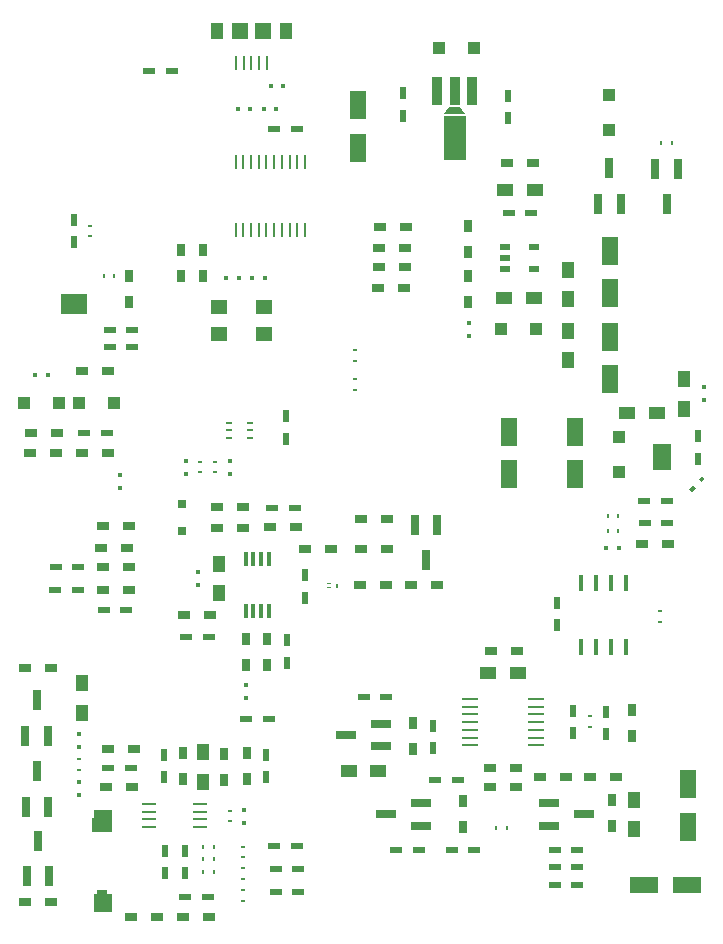
<source format=gtp>
G04 #@! TF.GenerationSoftware,KiCad,Pcbnew,5.0.1*
G04 #@! TF.CreationDate,2018-12-04T21:14:06-05:00*
G04 #@! TF.ProjectId,receiver,72656365697665722E6B696361645F70,rev?*
G04 #@! TF.SameCoordinates,Original*
G04 #@! TF.FileFunction,Paste,Top*
G04 #@! TF.FilePolarity,Positive*
%FSLAX46Y46*%
G04 Gerber Fmt 4.6, Leading zero omitted, Abs format (unit mm)*
G04 Created by KiCad (PCBNEW 5.0.1) date Tue 04 Dec 2018 09:14:06 PM EST*
%MOMM*%
%LPD*%
G01*
G04 APERTURE LIST*
%ADD10R,1.447600X2.447600*%
%ADD11R,2.447600X1.447600*%
%ADD12R,0.347600X0.447600*%
%ADD13C,0.347600*%
%ADD14C,0.100000*%
%ADD15R,0.447600X0.347600*%
%ADD16R,0.597600X1.047600*%
%ADD17R,1.047600X0.597600*%
%ADD18R,1.347600X1.097600*%
%ADD19R,1.097600X1.347600*%
%ADD20R,1.447600X1.147600*%
%ADD21R,0.247600X0.447600*%
%ADD22R,0.447600X0.247600*%
%ADD23R,0.747600X1.047600*%
%ADD24R,1.047600X0.747600*%
%ADD25R,1.747600X0.647600*%
%ADD26R,0.647600X1.747600*%
%ADD27C,0.597600*%
%ADD28R,1.847600X3.847600*%
%ADD29R,0.847600X2.347600*%
%ADD30R,0.247600X1.197600*%
%ADD31R,1.047600X1.397600*%
%ADD32R,1.347600X1.397600*%
%ADD33R,0.447600X1.447600*%
%ADD34R,1.647600X1.597600*%
%ADD35R,0.117600X1.247600*%
%ADD36R,2.317600X1.697600*%
%ADD37R,1.197600X0.247600*%
%ADD38R,0.847600X0.547600*%
%ADD39R,0.257600X0.397600*%
%ADD40R,0.277600X0.047600*%
%ADD41R,1.747600X1.147600*%
%ADD42R,0.947600X1.147600*%
%ADD43R,0.507600X0.147600*%
%ADD44R,1.097600X1.067600*%
%ADD45R,1.067600X1.097600*%
%ADD46R,1.447600X0.197600*%
%ADD47R,0.297600X1.297600*%
%ADD48R,0.447600X0.087600*%
%ADD49R,0.087600X0.447600*%
%ADD50R,1.497600X2.247600*%
%ADD51R,0.747600X0.647600*%
G04 APERTURE END LIST*
D10*
G04 #@! TO.C,C310*
X58350000Y-125050000D03*
X58350000Y-121450000D03*
G04 #@! TD*
G04 #@! TO.C,C106*
X71200000Y-149100000D03*
X71200000Y-152700000D03*
G04 #@! TD*
G04 #@! TO.C,C108*
X79750000Y-133800000D03*
X79750000Y-137400000D03*
G04 #@! TD*
D11*
G04 #@! TO.C,C109*
X86200000Y-187500000D03*
X82600000Y-187500000D03*
G04 #@! TD*
D10*
G04 #@! TO.C,C116*
X76750000Y-152700000D03*
X76750000Y-149100000D03*
G04 #@! TD*
G04 #@! TO.C,C114*
X86300000Y-178950000D03*
X86300000Y-182550000D03*
G04 #@! TD*
G04 #@! TO.C,C113*
X79700000Y-144650000D03*
X79700000Y-141050000D03*
G04 #@! TD*
D12*
G04 #@! TO.C,C213*
X34714491Y-174703465D03*
X34714491Y-175803465D03*
G04 #@! TD*
G04 #@! TO.C,C208*
X34764491Y-178803465D03*
X34764491Y-179903465D03*
G04 #@! TD*
D13*
G04 #@! TO.C,C102*
X87488909Y-153111091D03*
D14*
G36*
X87453554Y-153392237D02*
X87207763Y-153146446D01*
X87524264Y-152829945D01*
X87770055Y-153075736D01*
X87453554Y-153392237D01*
X87453554Y-153392237D01*
G37*
D13*
X86711091Y-153888909D03*
D14*
G36*
X86675736Y-154170055D02*
X86429945Y-153924264D01*
X86746446Y-153607763D01*
X86992237Y-153853554D01*
X86675736Y-154170055D01*
X86675736Y-154170055D01*
G37*
G04 #@! TD*
D12*
G04 #@! TO.C,C311*
X38200000Y-153900000D03*
X38200000Y-152800000D03*
G04 #@! TD*
D15*
G04 #@! TO.C,C323*
X50500000Y-136100000D03*
X49400000Y-136100000D03*
G04 #@! TD*
D12*
G04 #@! TO.C,C231*
X44850000Y-162100000D03*
X44850000Y-161000000D03*
G04 #@! TD*
G04 #@! TO.C,C232*
X43800000Y-151550000D03*
X43800000Y-152650000D03*
G04 #@! TD*
D15*
G04 #@! TO.C,C112*
X80500000Y-158950000D03*
X79400000Y-158950000D03*
G04 #@! TD*
G04 #@! TO.C,C322*
X47200000Y-136100000D03*
X48300000Y-136100000D03*
G04 #@! TD*
D12*
G04 #@! TO.C,C107*
X67750000Y-139900000D03*
X67750000Y-141000000D03*
G04 #@! TD*
G04 #@! TO.C,R101*
X87650000Y-146400000D03*
X87650000Y-145300000D03*
G04 #@! TD*
G04 #@! TO.C,C224*
X48850000Y-171650000D03*
X48850000Y-170550000D03*
G04 #@! TD*
G04 #@! TO.C,C233*
X47500000Y-151550000D03*
X47500000Y-152650000D03*
G04 #@! TD*
D15*
G04 #@! TO.C,C313*
X32100000Y-144300000D03*
X31000000Y-144300000D03*
G04 #@! TD*
D12*
G04 #@! TO.C,C219*
X48714491Y-181103465D03*
X48714491Y-182203465D03*
G04 #@! TD*
D16*
G04 #@! TO.C,C318*
X34300000Y-133050000D03*
X34300000Y-131150000D03*
G04 #@! TD*
D17*
G04 #@! TO.C,C210*
X39114491Y-177603465D03*
X37214491Y-177603465D03*
G04 #@! TD*
G04 #@! TO.C,C209*
X76950000Y-185950000D03*
X75050000Y-185950000D03*
G04 #@! TD*
G04 #@! TO.C,C207*
X75050000Y-184500000D03*
X76950000Y-184500000D03*
G04 #@! TD*
D16*
G04 #@! TO.C,C320*
X62150000Y-120450000D03*
X62150000Y-122350000D03*
G04 #@! TD*
D17*
G04 #@! TO.C,C204*
X43750000Y-188500000D03*
X45650000Y-188500000D03*
G04 #@! TD*
G04 #@! TO.C,C202*
X66800000Y-178600000D03*
X64900000Y-178600000D03*
G04 #@! TD*
G04 #@! TO.C,C201*
X61600000Y-184500000D03*
X63500000Y-184500000D03*
G04 #@! TD*
G04 #@! TO.C,C111*
X82650000Y-156850000D03*
X84550000Y-156850000D03*
G04 #@! TD*
G04 #@! TO.C,C105*
X73050000Y-130600000D03*
X71150000Y-130600000D03*
G04 #@! TD*
G04 #@! TO.C,C221*
X58850000Y-171600000D03*
X60750000Y-171600000D03*
G04 #@! TD*
D16*
G04 #@! TO.C,C212*
X42014491Y-186503465D03*
X42014491Y-184603465D03*
G04 #@! TD*
D17*
G04 #@! TO.C,C316*
X39235566Y-140469150D03*
X37335566Y-140469150D03*
G04 #@! TD*
D16*
G04 #@! TO.C,C225*
X52350000Y-166750000D03*
X52350000Y-168650000D03*
G04 #@! TD*
D17*
G04 #@! TO.C,C223*
X50800000Y-173400000D03*
X48900000Y-173400000D03*
G04 #@! TD*
G04 #@! TO.C,C317*
X37335566Y-141969150D03*
X39235566Y-141969150D03*
G04 #@! TD*
D16*
G04 #@! TO.C,C220*
X76550000Y-174650000D03*
X76550000Y-172750000D03*
G04 #@! TD*
G04 #@! TO.C,C218*
X43714491Y-184603465D03*
X43714491Y-186503465D03*
G04 #@! TD*
G04 #@! TO.C,C217*
X50550000Y-178350000D03*
X50550000Y-176450000D03*
G04 #@! TD*
G04 #@! TO.C,C216*
X79400000Y-172800000D03*
X79400000Y-174700000D03*
G04 #@! TD*
G04 #@! TO.C,C215*
X64700000Y-175900000D03*
X64700000Y-174000000D03*
G04 #@! TD*
G04 #@! TO.C,C228*
X53850000Y-163150000D03*
X53850000Y-161250000D03*
G04 #@! TD*
G04 #@! TO.C,C214*
X41914491Y-176453465D03*
X41914491Y-178353465D03*
G04 #@! TD*
D17*
G04 #@! TO.C,C110*
X82600000Y-154950000D03*
X84500000Y-154950000D03*
G04 #@! TD*
D16*
G04 #@! TO.C,C321*
X71050000Y-122550000D03*
X71050000Y-120650000D03*
G04 #@! TD*
D17*
G04 #@! TO.C,C241*
X68200000Y-184500000D03*
X66300000Y-184500000D03*
G04 #@! TD*
G04 #@! TO.C,C240*
X38750000Y-164200000D03*
X36850000Y-164200000D03*
G04 #@! TD*
G04 #@! TO.C,C239*
X51300000Y-184200000D03*
X53200000Y-184200000D03*
G04 #@! TD*
G04 #@! TO.C,C236*
X51100000Y-155600000D03*
X53000000Y-155600000D03*
G04 #@! TD*
G04 #@! TO.C,C230*
X43852183Y-166448858D03*
X45752183Y-166448858D03*
G04 #@! TD*
G04 #@! TO.C,C242*
X53300000Y-186100000D03*
X51400000Y-186100000D03*
G04 #@! TD*
G04 #@! TO.C,C243*
X51400000Y-188100000D03*
X53300000Y-188100000D03*
G04 #@! TD*
G04 #@! TO.C,C244*
X32750000Y-162500000D03*
X34650000Y-162500000D03*
G04 #@! TD*
G04 #@! TO.C,C245*
X34700000Y-160600000D03*
X32800000Y-160600000D03*
G04 #@! TD*
G04 #@! TO.C,C246*
X75050000Y-187450000D03*
X76950000Y-187450000D03*
G04 #@! TD*
G04 #@! TO.C,C312*
X37100000Y-149200000D03*
X35200000Y-149200000D03*
G04 #@! TD*
G04 #@! TO.C,C306*
X53200000Y-123450000D03*
X51300000Y-123450000D03*
G04 #@! TD*
D16*
G04 #@! TO.C,C304*
X75200000Y-163600000D03*
X75200000Y-165500000D03*
G04 #@! TD*
D17*
G04 #@! TO.C,C303*
X40700000Y-118600000D03*
X42600000Y-118600000D03*
G04 #@! TD*
D16*
G04 #@! TO.C,C229*
X52250000Y-147800000D03*
X52250000Y-149700000D03*
G04 #@! TD*
G04 #@! TO.C,C103*
X87150000Y-149500000D03*
X87150000Y-151400000D03*
G04 #@! TD*
D18*
G04 #@! TO.C,L101*
X73250000Y-137750000D03*
X70750000Y-137750000D03*
G04 #@! TD*
D19*
G04 #@! TO.C,C101*
X85950000Y-147150000D03*
X85950000Y-144650000D03*
G04 #@! TD*
D18*
G04 #@! TO.C,C104*
X73350000Y-128650000D03*
X70850000Y-128650000D03*
G04 #@! TD*
D19*
G04 #@! TO.C,C211*
X35014491Y-170403465D03*
X35014491Y-172903465D03*
G04 #@! TD*
G04 #@! TO.C,C115*
X76150000Y-135400000D03*
X76150000Y-137900000D03*
G04 #@! TD*
G04 #@! TO.C,C117*
X76150000Y-140550000D03*
X76150000Y-143050000D03*
G04 #@! TD*
G04 #@! TO.C,C206*
X81750000Y-180250000D03*
X81750000Y-182750000D03*
G04 #@! TD*
D18*
G04 #@! TO.C,C222*
X57600000Y-177800000D03*
X60100000Y-177800000D03*
G04 #@! TD*
G04 #@! TO.C,C226*
X69400000Y-169550000D03*
X71900000Y-169550000D03*
G04 #@! TD*
D19*
G04 #@! TO.C,C234*
X45250000Y-178750000D03*
X45250000Y-176250000D03*
G04 #@! TD*
G04 #@! TO.C,C237*
X46600000Y-162800000D03*
X46600000Y-160300000D03*
G04 #@! TD*
D18*
G04 #@! TO.C,L102*
X81150000Y-147500000D03*
X83650000Y-147500000D03*
G04 #@! TD*
D20*
G04 #@! TO.C,Y301*
X46600000Y-138550000D03*
X50400000Y-138550000D03*
X50400000Y-140850000D03*
X46600000Y-140850000D03*
G04 #@! TD*
D21*
G04 #@! TO.C,R108*
X84950000Y-124700000D03*
X84050000Y-124700000D03*
G04 #@! TD*
D22*
G04 #@! TO.C,R244*
X48650000Y-186050000D03*
X48650000Y-186950000D03*
G04 #@! TD*
G04 #@! TO.C,R316*
X83950000Y-165200000D03*
X83950000Y-164300000D03*
G04 #@! TD*
G04 #@! TO.C,R312*
X35700000Y-131650000D03*
X35700000Y-132550000D03*
G04 #@! TD*
G04 #@! TO.C,R315*
X58100000Y-142200000D03*
X58100000Y-143100000D03*
G04 #@! TD*
G04 #@! TO.C,R314*
X58100000Y-145550000D03*
X58100000Y-144650000D03*
G04 #@! TD*
D21*
G04 #@! TO.C,R313*
X36850000Y-135950000D03*
X37750000Y-135950000D03*
G04 #@! TD*
D22*
G04 #@! TO.C,R245*
X48650000Y-188850000D03*
X48650000Y-187950000D03*
G04 #@! TD*
D21*
G04 #@! TO.C,R105*
X80400000Y-157550000D03*
X79500000Y-157550000D03*
G04 #@! TD*
G04 #@! TO.C,R106*
X80400000Y-156250000D03*
X79500000Y-156250000D03*
G04 #@! TD*
G04 #@! TO.C,R201*
X71000000Y-182700000D03*
X70100000Y-182700000D03*
G04 #@! TD*
G04 #@! TO.C,R210*
X46164491Y-185303465D03*
X45264491Y-185303465D03*
G04 #@! TD*
D22*
G04 #@! TO.C,R212*
X34764491Y-177753465D03*
X34764491Y-176853465D03*
G04 #@! TD*
D21*
G04 #@! TO.C,R213*
X46164491Y-186353465D03*
X45264491Y-186353465D03*
G04 #@! TD*
G04 #@! TO.C,R219*
X45264491Y-184253465D03*
X46164491Y-184253465D03*
G04 #@! TD*
D22*
G04 #@! TO.C,R221*
X78050000Y-174100000D03*
X78050000Y-173200000D03*
G04 #@! TD*
G04 #@! TO.C,R222*
X47514491Y-182103465D03*
X47514491Y-181203465D03*
G04 #@! TD*
G04 #@! TO.C,R234*
X45000000Y-151650000D03*
X45000000Y-152550000D03*
G04 #@! TD*
G04 #@! TO.C,R235*
X46300000Y-152550000D03*
X46300000Y-151650000D03*
G04 #@! TD*
G04 #@! TO.C,R243*
X48650000Y-185150000D03*
X48650000Y-184250000D03*
G04 #@! TD*
D23*
G04 #@! TO.C,R103*
X67700000Y-131650000D03*
X67700000Y-133850000D03*
G04 #@! TD*
G04 #@! TO.C,R102*
X67700000Y-138100000D03*
X67700000Y-135900000D03*
G04 #@! TD*
G04 #@! TO.C,R246*
X79850000Y-180300000D03*
X79850000Y-182500000D03*
G04 #@! TD*
D24*
G04 #@! TO.C,R247*
X71750000Y-179200000D03*
X69550000Y-179200000D03*
G04 #@! TD*
G04 #@! TO.C,R248*
X48650000Y-157250000D03*
X46450000Y-157250000D03*
G04 #@! TD*
G04 #@! TO.C,R302*
X60200000Y-131750000D03*
X62400000Y-131750000D03*
G04 #@! TD*
G04 #@! TO.C,R303*
X62300000Y-136950000D03*
X60100000Y-136950000D03*
G04 #@! TD*
G04 #@! TO.C,R304*
X60150000Y-133550000D03*
X62350000Y-133550000D03*
G04 #@! TD*
G04 #@! TO.C,R305*
X62350000Y-135150000D03*
X60150000Y-135150000D03*
G04 #@! TD*
D23*
G04 #@! TO.C,R309*
X38950000Y-135950000D03*
X38950000Y-138150000D03*
G04 #@! TD*
D24*
G04 #@! TO.C,R306*
X35000000Y-150950000D03*
X37200000Y-150950000D03*
G04 #@! TD*
G04 #@! TO.C,R104*
X84650000Y-158650000D03*
X82450000Y-158650000D03*
G04 #@! TD*
G04 #@! TO.C,R107*
X70950000Y-126350000D03*
X73150000Y-126350000D03*
G04 #@! TD*
D23*
G04 #@! TO.C,R202*
X67250000Y-182600000D03*
X67250000Y-180400000D03*
G04 #@! TD*
D24*
G04 #@! TO.C,R203*
X30150000Y-188950000D03*
X32350000Y-188950000D03*
G04 #@! TD*
G04 #@! TO.C,R204*
X39150000Y-190200000D03*
X41350000Y-190200000D03*
G04 #@! TD*
G04 #@! TO.C,R205*
X45764491Y-190203465D03*
X43564491Y-190203465D03*
G04 #@! TD*
G04 #@! TO.C,R206*
X38950000Y-162500000D03*
X36750000Y-162500000D03*
G04 #@! TD*
G04 #@! TO.C,R207*
X75950000Y-178300000D03*
X73750000Y-178300000D03*
G04 #@! TD*
G04 #@! TO.C,R208*
X78050000Y-178300000D03*
X80250000Y-178300000D03*
G04 #@! TD*
G04 #@! TO.C,R211*
X37064491Y-179203465D03*
X39264491Y-179203465D03*
G04 #@! TD*
G04 #@! TO.C,R307*
X30600000Y-150950000D03*
X32800000Y-150950000D03*
G04 #@! TD*
G04 #@! TO.C,R308*
X32850000Y-149200000D03*
X30650000Y-149200000D03*
G04 #@! TD*
G04 #@! TO.C,R310*
X37200000Y-144000000D03*
X35000000Y-144000000D03*
G04 #@! TD*
G04 #@! TO.C,R216*
X39414491Y-175953465D03*
X37214491Y-175953465D03*
G04 #@! TD*
D23*
G04 #@! TO.C,R217*
X63050000Y-176000000D03*
X63050000Y-173800000D03*
G04 #@! TD*
G04 #@! TO.C,R218*
X43550000Y-178500000D03*
X43550000Y-176300000D03*
G04 #@! TD*
D24*
G04 #@! TO.C,R215*
X32414491Y-169153465D03*
X30214491Y-169153465D03*
G04 #@! TD*
D23*
G04 #@! TO.C,R220*
X81550000Y-172650000D03*
X81550000Y-174850000D03*
G04 #@! TD*
G04 #@! TO.C,R318*
X45250000Y-135900000D03*
X45250000Y-133700000D03*
G04 #@! TD*
D24*
G04 #@! TO.C,R242*
X36750000Y-157100000D03*
X38950000Y-157100000D03*
G04 #@! TD*
G04 #@! TO.C,R223*
X71750000Y-177600000D03*
X69550000Y-177600000D03*
G04 #@! TD*
D23*
G04 #@! TO.C,R224*
X48950000Y-176300000D03*
X48950000Y-178500000D03*
G04 #@! TD*
D24*
G04 #@! TO.C,R225*
X60850000Y-159000000D03*
X58650000Y-159000000D03*
G04 #@! TD*
G04 #@! TO.C,R226*
X58650000Y-156500000D03*
X60850000Y-156500000D03*
G04 #@! TD*
G04 #@! TO.C,R227*
X71800000Y-167650000D03*
X69600000Y-167650000D03*
G04 #@! TD*
G04 #@! TO.C,R238*
X50950000Y-157150000D03*
X53150000Y-157150000D03*
G04 #@! TD*
G04 #@! TO.C,R237*
X46450000Y-155500000D03*
X48650000Y-155500000D03*
G04 #@! TD*
D23*
G04 #@! TO.C,R236*
X47050000Y-178600000D03*
X47050000Y-176400000D03*
G04 #@! TD*
G04 #@! TO.C,R317*
X43350000Y-135900000D03*
X43350000Y-133700000D03*
G04 #@! TD*
D24*
G04 #@! TO.C,R233*
X45802183Y-164648858D03*
X43602183Y-164648858D03*
G04 #@! TD*
G04 #@! TO.C,R232*
X53900000Y-159000000D03*
X56100000Y-159000000D03*
G04 #@! TD*
G04 #@! TO.C,R231*
X60750000Y-162100000D03*
X58550000Y-162100000D03*
G04 #@! TD*
G04 #@! TO.C,R230*
X62850000Y-162100000D03*
X65050000Y-162100000D03*
G04 #@! TD*
G04 #@! TO.C,R240*
X39000000Y-160600000D03*
X36800000Y-160600000D03*
G04 #@! TD*
D23*
G04 #@! TO.C,R229*
X50650000Y-166700000D03*
X50650000Y-168900000D03*
G04 #@! TD*
G04 #@! TO.C,R228*
X48850000Y-168900000D03*
X48850000Y-166700000D03*
G04 #@! TD*
D24*
G04 #@! TO.C,R241*
X36650000Y-158950000D03*
X38850000Y-158950000D03*
G04 #@! TD*
D25*
G04 #@! TO.C,Q205*
X57350000Y-174800000D03*
X60350000Y-173850000D03*
X60350000Y-175750000D03*
G04 #@! TD*
D26*
G04 #@! TO.C,Q204*
X30214491Y-174853465D03*
X32114491Y-174853465D03*
X31164491Y-171853465D03*
G04 #@! TD*
G04 #@! TO.C,Q201*
X31264491Y-183753465D03*
X32214491Y-186753465D03*
X30314491Y-186753465D03*
G04 #@! TD*
G04 #@! TO.C,Q101*
X85450000Y-126850000D03*
X83550000Y-126850000D03*
X84500000Y-129850000D03*
G04 #@! TD*
G04 #@! TO.C,Q102*
X79650000Y-126800000D03*
X80600000Y-129800000D03*
X78700000Y-129800000D03*
G04 #@! TD*
D25*
G04 #@! TO.C,Q202*
X74550000Y-180550000D03*
X74550000Y-182450000D03*
X77550000Y-181500000D03*
G04 #@! TD*
D26*
G04 #@! TO.C,Q206*
X64150000Y-160000000D03*
X63200000Y-157000000D03*
X65100000Y-157000000D03*
G04 #@! TD*
D25*
G04 #@! TO.C,U201*
X63750000Y-182450000D03*
X63750000Y-180550000D03*
X60750000Y-181500000D03*
G04 #@! TD*
D26*
G04 #@! TO.C,Q203*
X31214491Y-177853465D03*
X32164491Y-180853465D03*
X30264491Y-180853465D03*
G04 #@! TD*
D27*
G04 #@! TO.C,U304*
X66550000Y-121880000D03*
D14*
G36*
X65692381Y-122178800D02*
X66090781Y-121581200D01*
X67009219Y-121581200D01*
X67407619Y-122178800D01*
X65692381Y-122178800D01*
X65692381Y-122178800D01*
G37*
D28*
X66550000Y-124230000D03*
D29*
X65050000Y-120270000D03*
X66550000Y-120270000D03*
X68050000Y-120270000D03*
G04 #@! TD*
D30*
G04 #@! TO.C,J304*
X49350000Y-117850000D03*
X50000000Y-117850000D03*
X50650000Y-117850000D03*
X48050000Y-117850000D03*
X48700000Y-117850000D03*
D31*
X46450000Y-115150000D03*
X52250000Y-115150000D03*
D32*
X48350000Y-115150000D03*
X50350000Y-115150000D03*
G04 #@! TD*
D33*
G04 #@! TO.C,U301*
X77295000Y-167350000D03*
X78565000Y-167350000D03*
X79835000Y-167350000D03*
X81105000Y-167350000D03*
X81105000Y-161950000D03*
X79835000Y-161950000D03*
X78565000Y-161950000D03*
X77295000Y-161950000D03*
G04 #@! TD*
D34*
G04 #@! TO.C,D201*
X36764491Y-181878465D03*
X36764491Y-189028465D03*
G04 #@! TD*
D35*
G04 #@! TO.C,U303*
X33300000Y-140435000D03*
X33800000Y-140435000D03*
X34300000Y-140435000D03*
X34800000Y-140435000D03*
X35300000Y-140435000D03*
X35300000Y-136165000D03*
X34800000Y-136165000D03*
X34300000Y-136165000D03*
X33800000Y-136165000D03*
X33300000Y-136165000D03*
D36*
X34300000Y-138300000D03*
G04 #@! TD*
D37*
G04 #@! TO.C,U203*
X40664491Y-180628465D03*
X40664491Y-181278465D03*
X40664491Y-181928465D03*
X40664491Y-182578465D03*
X44964491Y-182578465D03*
X44964491Y-181928465D03*
X44964491Y-181278465D03*
X44964491Y-180628465D03*
G04 #@! TD*
D38*
G04 #@! TO.C,U102*
X73250000Y-135350000D03*
X73250000Y-133450000D03*
X70850000Y-133450000D03*
X70850000Y-134400000D03*
X70850000Y-135350000D03*
G04 #@! TD*
D39*
G04 #@! TO.C,Q207*
X56595000Y-162200000D03*
D40*
X55915000Y-162375000D03*
X55915000Y-162025000D03*
G04 #@! TD*
D41*
G04 #@! TO.C,D202*
X36714491Y-182403465D03*
D42*
X36714491Y-188503465D03*
G04 #@! TD*
D43*
G04 #@! TO.C,U205*
X49270000Y-149650000D03*
X49270000Y-149000000D03*
X49270000Y-148350000D03*
X47430000Y-148350000D03*
X47430000Y-149000000D03*
X47430000Y-149650000D03*
G04 #@! TD*
D44*
G04 #@! TO.C,D101*
X70520000Y-140400000D03*
X73480000Y-140400000D03*
G04 #@! TD*
D45*
G04 #@! TO.C,D103*
X79650000Y-123530000D03*
X79650000Y-120570000D03*
G04 #@! TD*
D44*
G04 #@! TO.C,D303*
X30070000Y-146700000D03*
X33030000Y-146700000D03*
G04 #@! TD*
G04 #@! TO.C,D302*
X37730000Y-146700000D03*
X34770000Y-146700000D03*
G04 #@! TD*
G04 #@! TO.C,D301*
X68230000Y-116600000D03*
X65270000Y-116600000D03*
G04 #@! TD*
D45*
G04 #@! TO.C,D102*
X80500000Y-149570000D03*
X80500000Y-152530000D03*
G04 #@! TD*
D30*
G04 #@! TO.C,U302*
X48025000Y-132025000D03*
X48675000Y-132025000D03*
X49325000Y-132025000D03*
X49975000Y-132025000D03*
X50625000Y-132025000D03*
X51275000Y-132025000D03*
X51925000Y-132025000D03*
X52575000Y-132025000D03*
X53225000Y-132025000D03*
X53875000Y-132025000D03*
X53875000Y-126275000D03*
X53225000Y-126275000D03*
X52575000Y-126275000D03*
X51925000Y-126275000D03*
X51275000Y-126275000D03*
X50625000Y-126275000D03*
X49975000Y-126275000D03*
X49325000Y-126275000D03*
X48675000Y-126275000D03*
X48025000Y-126275000D03*
G04 #@! TD*
D46*
G04 #@! TO.C,U202*
X73450000Y-175650000D03*
X73450000Y-175000000D03*
X73450000Y-174350000D03*
X73450000Y-173700000D03*
X73450000Y-173050000D03*
X73450000Y-172400000D03*
X73450000Y-171750000D03*
X67850000Y-171750000D03*
X67850000Y-172400000D03*
X67850000Y-173050000D03*
X67850000Y-173700000D03*
X67850000Y-174350000D03*
X67850000Y-175000000D03*
X67850000Y-175650000D03*
G04 #@! TD*
D47*
G04 #@! TO.C,U204*
X48875000Y-164300000D03*
X49525000Y-164300000D03*
X50175000Y-164300000D03*
X50825000Y-164300000D03*
X50825000Y-159900000D03*
X50175000Y-159900000D03*
X49525000Y-159900000D03*
X48875000Y-159900000D03*
G04 #@! TD*
D48*
G04 #@! TO.C,U101*
X85550000Y-152250000D03*
X85550000Y-151750000D03*
X85550000Y-151250000D03*
X85550000Y-150750000D03*
X85550000Y-150250000D03*
D49*
X84400000Y-149800000D03*
X83900000Y-149800000D03*
D48*
X82750000Y-150250000D03*
X82750000Y-150750000D03*
X82750000Y-151250000D03*
X82750000Y-151750000D03*
X82750000Y-152250000D03*
D49*
X83900000Y-152700000D03*
X84400000Y-152700000D03*
D50*
X84150000Y-151250000D03*
G04 #@! TD*
D15*
G04 #@! TO.C,D306*
X50400000Y-121750000D03*
X51400000Y-121750000D03*
G04 #@! TD*
G04 #@! TO.C,D305*
X48200000Y-121750000D03*
X49200000Y-121750000D03*
G04 #@! TD*
G04 #@! TO.C,D304*
X51050000Y-119850000D03*
X52050000Y-119850000D03*
G04 #@! TD*
D51*
G04 #@! TO.C,D205*
X43450000Y-155200000D03*
X43450000Y-157500000D03*
G04 #@! TD*
M02*

</source>
